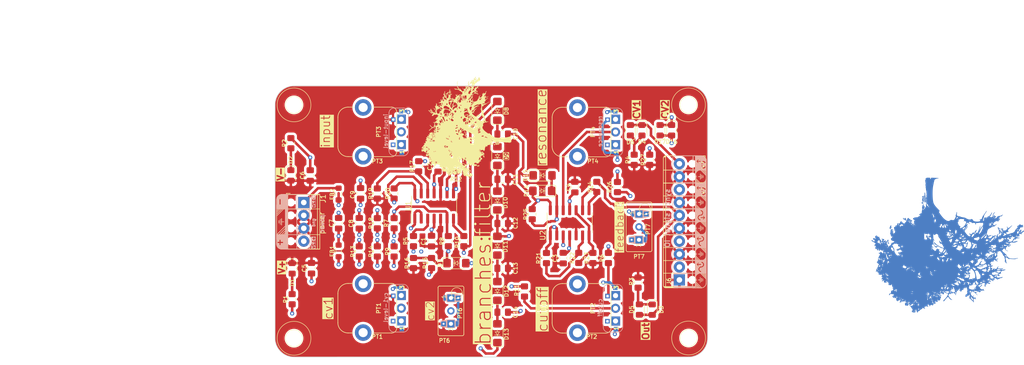
<source format=kicad_pcb>
(kicad_pcb (version 20241229) (generator "pcbnew") (generator_version "9.0")
  (layers (0 "F.Cu" signal) (4 "In1.Cu" signal) (6 "In2.Cu" signal) (2 "B.Cu" signal) (13 "F.Paste" user) (15 "B.Paste" user) (5 "F.SilkS" user "F.Silkscreen") (7 "B.SilkS" user "B.Silkscreen") (1 "F.Mask" user) (3 "B.Mask" user) (25 "Edge.Cuts" user))
  (net 0 "")
  (net 1 "+12V")
  (net 2 "GND")
  (net 3 "-12V")
  (net 4 "/AUDIO_OUT")
  (net 5 "/CV1_IN")
  (net 6 "Net-(C9-Pad1)")
  (net 7 "Net-(C9-Pad2)")
  (net 8 "Net-(D14-A)")
  (net 9 "Net-(D8-K)")
  (net 10 "Net-(D10-A)")
  (net 11 "Net-(D10-K)")
  (net 12 "Net-(D11-K)")
  (net 13 "Net-(D12-K)")
  (net 14 "Net-(D1-A)")
  (net 15 "Net-(D2-K)")
  (net 16 "Net-(D3-K)")
  (net 17 "/CV2_IN")
  (net 18 "Net-(D4-A)")
  (net 19 "/AUDIO_IN")
  (net 20 "Net-(D7-K)")
  (net 21 "Net-(D7-A)")
  (net 22 "Net-(D8-A)")
  (net 23 "Net-(D13-K)")
  (net 24 "Net-(D14-K)")
  (net 25 "Net-(J1-+12v)")
  (net 26 "Net-(J1--12v)")
  (net 27 "Net-(PT1-Pad2)")
  (net 28 "Net-(PT2-Pad2)")
  (net 29 "Net-(PT2-Pad3)")
  (net 30 "Net-(U2A--)")
  (net 31 "Net-(U2D-+)")
  (net 32 "Net-(PT4-Pad3)")
  (net 33 "Net-(PT6-Pad2)")
  (net 34 "Net-(PT7-Pad3)")
  (net 35 "Net-(U1A-+)")
  (net 36 "Net-(U1A--)")
  (net 37 "Net-(U1B--)")
  (net 38 "Net-(R10-Pad1)")
  (net 39 "Net-(U1C--)")
  (net 40 "Net-(U1D-+)")
  (net 41 "Net-(U1D--)")
  (net 42 "Net-(U2B--)")
  (net 43 "Net-(U2C-+)")
  (net 44 "Net-(U2C--)")
  (net 45 "Net-(D16-A)")
  (footprint "000_Diodes_Immo:D_MiniMELF_kawaii" (layer "F.Cu") (at 165.038 67.818 180)
    (property "Reference" "D14")
    (property "Value" "1N4148")
  )
  (footprint "000_Graphics_Immo:branches-graphic-3" (layer "F.Cu") (at 150.114 55.372 90)
    (property "Reference" "G***" (hide yes))
    (property "Value" "LOGO" (hide yes))
  )
  (footprint "000_Diodes_Immo:D_MiniMELF_kawaii" (layer "F.Cu") (at 156.21 95.825 90)
    (property "Reference" "D13")
    (property "Value" "1N4148")
  )
  (footprint "Resistor_SMD:R_0805_2012Metric_Pad1.20x1.40mm_HandSolder" (layer "F.Cu") (at 139.7 82.026 90)
    (property "Reference" "R16")
    (property "Value" "27k")
  )
  (footprint "000_Capacitors_Immo:C_0805_2012_HandSolder_kawaii" (layer "F.Cu") (at 144.526 62.9815 -90)
    (property "Reference" "C2")
    (property "Value" "100n")
  )
  (footprint "000_Diodes_Immo:LED_0805_2012_Kawaii" (layer "F.Cu") (at 184.15 91.177 90)
    (property "Reference" "D5")
    (property "Value" "Audio Out")
  )
  (footprint "000_Diodes_Immo:D_MiniMELF_kawaii" (layer "F.Cu") (at 165.1 64.77)
    (property "Reference" "D15")
    (property "Value" "1N4148")
  )
  (footprint "000_ICs_Immo:SOIC-14_3.9x8.7mm_P1.27mm" (layer "F.Cu") (at 170.434 74.103 90)
    (property "Reference" "U2")
    (property "Value" "TL074")
  )
  (footprint "Resistor_SMD:R_0805_2012Metric_Pad1.20x1.40mm_HandSolder" (layer "F.Cu") (at 172.212 81.01 -90)
    (property "Reference" "R22")
    (property "Value" "33k")
  )
  (footprint "000-screw-terminals-immo:synth-signal-MPT-1x10_P2.54mm_Horizontal_1" (layer "F.Cu") (at 192.024 85.344 90)
    (property "Reference" "J6")
    (property "Value" "synth-signal-header-10way" (hide yes))
  )
  (footprint "000_Capacitors_Immo:C_0805_2012_HandSolder_kawaii" (layer "F.Cu") (at 171.45 67.0775 -90)
    (property "Reference" "C4")
    (property "Value" "100n")
  )
  (footprint "000_Capacitors_Immo:C_0805_2012_HandSolder_kawaii" (layer "F.Cu") (at 169.164 81.0475 -90)
    (property "Reference" "C3")
    (property "Value" "100n")
  )
  (footprint "Resistor_SMD:R_0805_2012Metric_Pad1.20x1.40mm_HandSolder" (layer "F.Cu") (at 135.89 74.184 90)
    (property "Reference" "R7")
    (property "Value" "33k")
  )
  (footprint "000_Capacitors_Immo:C_0805_2012_HandSolder_kawaii" (layer "F.Cu") (at 143.256 77.7025 -90)
    (property "Reference" "C1")
    (property "Value" "100n")
  )
  (footprint "000_Resistors_Immo:Potentiometer_Alpha-reversable" (layer "F.Cu") (at 137.294 90.906 90)
    (property "Reference" "PT1")
    (property "Value" "100k")
  )
  (footprint "Capacitor_SMD:C_0805_2012Metric_Pad1.18x1.45mm_HandSolder" (layer "F.Cu") (at 157.2475 83.058 180)
    (property "Reference" "C13")
    (property "Value" "1n")
  )
  (footprint "Resistor_SMD:R_0805_2012Metric_Pad1.20x1.40mm_HandSolder" (layer "F.Cu") (at 178.054 81.026 -90)
    (property "Reference" "R6")
    (property "Value" "27k")
  )
  (footprint "000_Diodes_Immo:D_MiniMELF_kawaii" (layer "F.Cu") (at 156.21 52.07 90)
    (property "Reference" "D8")
    (property "Value" "1N4148")
  )
  (footprint "Resistor_SMD:R_0805_2012Metric_Pad1.20x1.40mm_HandSolder" (layer "F.Cu") (at 179.832 67.072 -90)
    (property "Reference" "R26")
    (property "Value" "1k")
  )
  (footprint "Resistor_SMD:R_0805_2012Metric_Pad1.20x1.40mm_HandSolder" (layer "F.Cu") (at 135.89 79.74 -90)
    (property "Reference" "R9")
    (property "Value" "33k")
  )
  (footprint "Resistor_SMD:R_0805_2012Metric_Pad1.20x1.40mm_HandSolder" (layer "F.Cu") (at 132.588 68.342 90)
    (property "Reference" "R19")
    (property "Value" "33k")
  )
  (footprint "Resistor_SMD:R_0805_2012Metric_Pad1.20x1.40mm_HandSolder" (layer "F.Cu") (at 175.006 81.026 90)
    (property "Reference" "R23")
    (property "Value" "100k")
  )
  (footprint "000_Diodes_Immo:LED_0805_2012_Kawaii" (layer "F.Cu") (at 182.372 55.889 90)
    (property "Reference" "D6")
    (property "Value" "cv1")
  )
  (footprint "000_Diodes_Immo:LED_0805_2012_Kawaii" (layer "F.Cu") (at 115.57 64.779 -90)
    (property "Reference" "D2")
    (property "Value" "V-")
  )
  (footprint "000_Capacitors_Immo:C_0805_2012_HandSolder_kawaii" (layer "F.Cu") (at 124.968 74.1895 90)
    (property "Reference" "C7")
    (property "Value" "100n")
  )
  (footprint "000_Capacitors_Immo:C_0805_2012_HandSolder_kawaii" (layer "F.Cu") (at 129.032 74.1895 -90)
    (property "Reference" "C8")
    (property "Value" "100p")
  )
  (footprint "Capacitor_SMD:C_0805_2012Metric_Pad1.18x1.45mm_HandSolder" (layer "F.Cu") (at 157.2475 91.694 180)
    (property "Reference" "C14")
    (property "Value" "1n")
  )
  (footprint "Resistor_SMD:R_0805_2012Metric_Pad1.20x1.40mm_HandSolder" (layer "F.Cu") (at 149.606 77.708 -90)
    (property "Reference" "R10")
    (property "Value" "2k")
  )
  (footprint "000_Modules_Immo:credit-card-screws" (layer "F.Cu") (at 155.305611 71.066641)
    (property "Reference" "M1" (hide yes))
    (property "Value" "imogen-wren-card" (hide yes))
    (fp_line (start -42.84061 25.713416) (end -42.84061 -20.166584) (stroke (width 0.12)) (layer "Edge.Cuts"))
    (fp_line (start -39.120621 29.433416) (end 38.54939 29.429442) (stroke (width 0.12)) (layer "Edge.Cuts"))
    (fp_line (start -39.11061 -23.891582) (end 38.53939 -23.891582) (stroke (width 0.12)) (layer "Edge.Cuts"))
    (fp_line (start 42.254388 25.734456) (end 42.254388 -20.155544) (stroke (width 0.12)) (layer "Edge.Cuts"))
    (fp_arc (start -42.840611 -20.166584) (mid -41.747815 -22.802324) (end -39.11061 -23.891582) (stroke (width 0.12)) (layer "Edge.Cuts"))
    (fp_arc (start -39.120621 29.433416) (mid -41.748131 28.340929) (end -42.84061 25.713416) (stroke (width 0.12)) (layer "Edge.Cuts"))
    (fp_arc (start 38.53939 -23.891641) (mid 41.173761 -22.796079) (end 42.254387 -20.155544) (stroke (width 0.12)) (layer "Edge.Cuts"))
    (fp_arc (start 42.25439 25.734456) (mid 41.168613 28.350751) (end 38.54939 29.429442) (stroke (width 0.12)) (layer "Edge.Cuts"))
  )
  (footprint "000_Diodes_Immo:D_MiniMELF_kawaii" (layer "F.Cu") (at 156.21 69.725 90)
    (property "Reference" "D10")
    (property "Value" "1N4148")
  )
  (footprint "Resistor_SMD:R_0805_2012Metric_Pad1.20x1.40mm_HandSolder" (layer "F.Cu") (at 161.544 87.614 90)
    (property "Reference" "R11")
    (property "Value" "100k")
  )
  (footprint "Resistor_SMD:R_0805_2012Metric_Pad1.20x1.40mm_HandSolder" (layer "F.Cu") (at 183.896 85.868 -90)
    (property "Reference" "R3")
    (property "Value" "1k")
  )
  (footprint "Resistor_SMD:R_0805_2012Metric_Pad1.20x1.40mm_HandSolder" (layer "F.Cu") (at 115.824 89.138 -90)
    (property "Reference" "R1")
    (property "Value" "1k")
  )
  (footprint "000_Diodes_Immo:D_MiniMELF_kawaii" (layer "F.Cu") (at 156.21 87.505 90)
    (property "Reference" "D12")
    (property "Value" "1N4148")
  )
  (footprint "Resistor_SMD:R_0805_2012Metric_Pad1.20x1.40mm_HandSolder" (layer "F.Cu") (at 129.032 79.74 90)
    (property "Reference" "R13")
    (property "Value" "68k")
  )
  (footprint "000_Diodes_Immo:D_MiniMELF_kawaii" (layer "F.Cu") (at 148.144 82.042)
    (property "Reference" "D7")
    (property "Value" "1N4148")
  )
  (footprint "000_Diodes_Immo:LED_0805_2012_Kawaii" (layer "F.Cu") (at 184.658 55.889 -90)
    (property "Reference" "D4")
    (property "Value" "cv1")
  )
  (footprint "000_Capacitors_Immo:C_0805_2012_HandSolder_kawaii" (layer "F.Cu") (at 119.634 83.0365 90)
    (property "Reference" "C5")
    (property "Value" "100n")
  )
  (footprint "Resistor_SMD:R_0805_2012Metric_Pad1.20x1.40mm_HandSolder" (layer "F.Cu") (at 148.082 63.008 -90)
    (property "Reference" "R12")
    (property "Value" "14k")
  )
  (footprint "000_Resistors_Immo:Potentiometer_Alpha-reversable" (layer "F.Cu") (at 137.294 56.209 90)
    (property "Reference" "PT3")
    (property "Value" "100k")
  )
  (footprint "000-screw-terminals-immo:synth-power-termbox-MPT-0,5-4-2.54_1x04_P2.54mm" (layer "F.Cu") (at 118.11 70.104 -90)
    (property "Reference" "J1")
    (property "Value" "power")
  )
  (footprint "000_Diodes_Immo:LED_0805_2012_Kawaii" (layer "F.Cu") (at 188.214 55.889 90)
    (property "Reference" "D17")
    (property "Value" "cv2")
  )
  (footprint "Resistor_SMD:R_0805_2012Metric_Pad1.20x1.40mm_HandSolder" (layer "F.Cu") (at 132.588 79.74 90)
    (property "Reference" "R14")
    (property "Value" "68k")
  )
  (footprint "000_Resistors_Immo:Potentiometer_Bourns-reversable-1" (layer "F.Cu") (at 184.0738 72.3646 90)
    (property "Reference" "PT7")
    (property "Value" "100k-trim")
  )
  (footprint "Inductor_SMD:L_0805_2012Metric_Pad1.05x1.20mm_HandSolder" (layer "F.Cu") (at 124.968 79.636 90)
    (property "Reference" "FB1")
    (property "Value" "FerriteBead")
  )
  (footprint "Resistor_SMD:R_0805_2012Metric_Pad1.20x1.40mm_HandSolder" (layer "F.Cu") (at 186.182 61.706 90)
    (property "Reference" "R27")
    (property "Value" "1k")
  )
  (footprint "000_Diodes_Immo:LED_0805_2012_Kawaii" (layer "F.Cu") (at 186.69 91.195 -90)
    (property "Reference" "D3")
    (property "Value" "Audio Out")
  )
  (footprint "Resistor_SMD:R_0805_2012Metric_Pad1.20x1.40mm_HandSolder" (layer "F.Cu") (at 183.134 61.706 90)
    (property "Reference" "R4")
    (property "Value" "1k")
  )
  (footprint "000_Resistors_Immo:Potentiometer_Alpha-reversable" (layer "F.Cu") (at 179.458 56.235 90)
    (property "Reference" "PT4")
    (property "Value" "100k")
  )
  (footprint "000_Resistors_Immo:Potentiometer_Alpha-reversable" (layer "F.Cu") (at 179.458 90.932 90)
    (property "Reference" "PT2")
    (property "Value" "100k")
  )
  (footprint "000_Diodes_Immo:LED_0805_2012_Kawaii" (layer "F.Cu") (at 190.5 55.889 -90)
    (property "Reference" "D16")
    (property "Value" "cv2")
  )
  (footprint "Resistor_SMD:R_0805_2012Metric_Pad1.20x1.40mm_HandSolder" (layer "F.Cu") (at 175.768 67.04 90)
    (property "Reference" "R24")
    (property "Value" "1k")
  )
  (footprint "Capacitor_SMD:C_0805_2012Metric_Pad1.18x1.45mm_HandSolder" (layer "F.Cu") (at 157.2475 56.642 180)
    (property "Reference" "C10")
    (property "Value" "1n")
  )
  (footprint "000_Diodes_Immo:D_MiniMELF_kawaii" (layer "F.Cu") (at 156.21 78.615 90)
    (property "Reference" "D11")
    (property "Value" "1N4148")
  )
  (footprint "Resistor_SMD:R_0805_2012Metric_Pad1.20x1.40mm_HandSolder" (layer "F.Cu") (at 143.256 82.026 90)
    (property "Reference" "R15")
    (property "Value" "100k")
  )
  (footprint "000_Resistors_Immo:Potentiometer_Bourns-reversable-1" (layer "F.Cu") (at 147.066 88.9 90)
    (property "Reference" "PT6")
    (property "Value" "100k-trim")
  )
  (footprint "Resistor_SMD:R_0805_2012Metric_Pad1.20x1.40mm_HandSolder" (layer "F.Cu") (at 165.862 81.042 -90)
    (property "Reference" "R21")
    (property "Value" "1k")
  )
  (footprint "Inductor_SMD:L_0805_2012Metric_Pad1.05x1.20mm_HandSolder" (layer "F.Cu") (at 124.968 68.446 90)
    (property "Reference" "FB2")
    (property "Value" "FerriteBead")
  )
  (footprint "000_Diodes_Immo:LED_0805_2012_Kawaii" (layer "F.Cu") (at 115.824 83.067 -90)
    (property "Reference" "D1")
    (property "Value" "V+")
  )
  (footprint "Resistor_SMD:R_0805_2012Metric_Pad1.20x1.40mm_HandSolder" (layer "F.Cu") (at 115.57 58.436 90)
    (property "Reference" "R2")
    (property "Value" "1k")
  )
  (footprint "Package_SO:SOIC-14_3.9x8.7mm_P1.27mm" (layer "F.Cu") (at 143.764 70.801 90)
    (property "Reference" "U1")
    (property "Value" "TL074")
  )
  (footprint "Capacitor_SMD:C_0805_2012Metric_Pad1.18x1.45mm_HandSolder" (layer "F.Cu") (at 129.286 68.3045 -90)
    (property "Reference" "C9")
    (property "Value" "1u")
  )
  (footprint "Resistor_SMD:R_0805_2012Metric_Pad1.20x1.40mm_HandSolder" (layer "F.Cu") (at 163.068 72.406 90)
    (property "Reference" "R25")
    (property "Value" "100k")
  )
  (footprint "Resistor_SMD:R_0805_2012Metric_Pad1.20x1.40mm_HandSolder" (layer "F.Cu") (at 135.89 68.342 90)
    (property "Reference" "R20")
    (property "Value" "33k")
  )
  (footprint "Resistor_SMD:R_0805_2012Metric_Pad1.20x1.40mm_HandSolder" (layer "F.Cu") (at 132.588 74.184 90)
    (property "Reference" "R18")
    (property "Value" "33k")
  )
  (footprint "Resistor_SMD:R_0805_2012Metric_Pad1.20x1.40mm_HandSolder" (layer "F.Cu") (at 139.7 77.708 90)
    (property "Reference" "R5")
    (property "Value" "100k")
  )
  (footprint "000_Diodes_Immo:D_MiniMELF_kawaii" (layer "F.Cu") (at 156.21 60.96 90)
    (property "Reference" "D9")
    (property "Value" "1N4148")
  )
  (footprint "Resistor_SMD:R_0805_2012Metric_Pad1.20x1.40mm_HandSolder" (layer "F.Cu") (at 140.716 62.976 -90)
    (property "Reference" "R17")
    (property "Value" "33k")
  )
  (footprint "Capacitor_SMD:C_0805_2012Metric_Pad1.18x1.45mm_HandSolder" (layer "F.Cu") (at 157.2475 65.532 180)
    (property "Reference" "C11")
    (property "Value" "1n")
  )
  (footprint "000_Capacitors_Immo:C_0805_2012_HandSolder_kawaii" (layer "F.Cu") (at 119.38 64.7915 90)
    (property "Reference" "C6")
    (property "Value" "100n")
  )
  (footprint "Resistor_SMD:R_0805_2012Metric_Pad1.20x1.40mm_HandSolder" (layer "F.Cu") (at 146.558 77.708 90)
    (property "Reference" "R8")
    (property "Value" "33k")
  )
  (footprint "Capacitor_SMD:C_0805_2012Metric_Pad1.18x1.45mm_HandSolder" (layer "F.Cu") (at 157.2475 74.23 180)
    (property "Reference" "C12")
    (property "Value" "1n")
  )
  (footprint "000_Graphics_Immo:ImogenWren70_MSK" (layer "B.Cu") (at 152.392486 73.427097)
    (property "Reference" "G***" (hide yes))
    (property "Value" "LOGO" (hide yes))
  )
  (footprint "000_Graphics_Immo:branches-graphic-2" (layer "B.Cu") (at 244.856 78.486)
    (property "Reference" "G***" (hide yes))
    (property "Value" "LOGO" (hide yes))
  )
  (gr_text "filter" (at 155.1 76.885 90) (layer "F.SilkS") (effects (font (size 3 3) (thickness 0.2)) (justify left bottom)))
  (gr_text "CV2" (at 189.992 53.848 90) (layer "F.SilkS" knockout) (effects (font (size 1.3 1.3) (thickness 0.3) (bold yes)) (justify left bottom)))
  (gr_text "branches:" (at 155.184453 98.400547 90) (layer "F.SilkS" knockout) (effects (font (size 3 3) (thickness 0.2)) (justify left bottom)))
  (gr_text "CV1" (at 184.404 53.848 90) (layer "F.SilkS" knockout) (effects (font (size 1.3 1.3) (thickness 0.3) (bold yes)) (justify left bottom)))
  (gr_text "Out" (at 186.182 97.282 90) (layer "F.SilkS" knockout) (effects (font (size 1.3 1.3) (thickness 0.3) (bold yes)) (justify left bottom)))
  (segment (start 169.889 80.01) (end 170.307 79.592) (width 0.5) (layer "F.Cu") (net 1))
  (segment (start 119.634 85.598) (end 119.634 84.074) (width 0.5) (layer "F.Cu") (net 1))
  (segment (start 170.434 76.578) (end 170.434 78.994) (width 0.5) (layer "F.Cu") (net 1))
  (segment (start 169.164 80.01) (end 169.889 80.01) (width 0.5) (layer "F.Cu") (net 1))
  (segment (start 129.032 75.227) (end 129.032 76.454) (width 0.5) (layer "F.Cu") (net 1))
  (segment (start 170.434 78.994) (end 170.307 79.121) (width 0.5) (layer "F.Cu") (net 1))
  (segment (start 143.764 74.93) (end 143.255999 75.438001) (width 0.5) (layer "F.Cu") (net 1))
  (segment (start 124.968 75.227) (end 124.968 78.486) (width 0.5) (layer "F.Cu") (net 1))
  (segment (start 170.307 79.592) (end 170.307 79.121) (width 0.5) (layer "F.Cu") (net 1))
  (segment (start 143.764 73.276) (end 143.764 74.93) (width 0.5) (layer "F.Cu") (net 1))
  (segment (start 143.256 76.665) (end 143.255999 75.438001) (width 0.5) (layer "F.Cu") (net 1))
  (segment (start 115.824 90.138) (end 115.824 91.948) (width 0.5) (layer "F.Cu") (net 1))
  (via (at 177.038 85.852) (size 0.8) (drill 0.4) (layers "F.Cu" "B.Cu") (net 1))
  (via (at 129.032 76.454) (size 0.8) (drill 0.4) (layers "F.Cu" "B.Cu") (net 1))
  (via (at 143.255999 75.438001) (size 0.8) (drill 0.4) (layers "F.Cu" "B.Cu") (net 1))
  (via (at 115.824 91.948) (size 0.8) (drill 0.4) (layers "F.Cu" "B.Cu") (net 1))
  (via (at 141.224 79.756) (size 0.8) (drill 0.4) (layers "F.Cu" "B.Cu") (net 1))
  (via (at 170.307 79.121) (size 0.8) (drill 0.4) (layers "F.Cu" "B.Cu") (net 1))
  (via (at 119.634 85.598) (size 0.8) (drill 0.4) (layers "F.Cu" "B.Cu") (net 1))
  (via (at 124.968 76.708) (size 0.8) (drill 0.4) (layers "F.Cu" "B.Cu") (net 1))
  (segment (start 178.391198 85.852) (end 177.038 85.852) (width 0.5) (layer "B.Cu") (net 1))
  (segment (start 179.4072 86.868) (end 178.391198 85.852) (width 0.5) (layer "B.Cu") (net 1))
  (segment (start 145.034 65.321792) (end 145.702 64.653792) (width 0.5) (layer "F.Cu") (net 2))
  (segment (start 145.034 68.326) (end 145.034 65.321792) (width 0.5) (layer "F.Cu") (net 2))
  (segment (start 145.702 64.653792) (end 145.702 63.12) (width 0.5) (layer "F.Cu") (net 2))
  (segment (start 117.548 72.644) (end 118.11 72.644) (width 0.5) (layer "F.Cu") (net 2))
  (segment (start 145.702 63.12) (end 144.526 61.944) (width 0.5) (layer "F.Cu") (net 2))
  (segment (start 119.355 65.804) (end 119.38 65.829) (width 0.5) (layer "F.Cu") (net 2))
  (segment (start 115.57 65.804) (end 119.355 65.804) (width 0.5) (layer "F.Cu") (net 2))
  (segment (start 178.054 80.026) (end 178.054001 78.740001) (width 0.5) (layer "F.Cu") (net 3))
  (segment (start 129.032 73.152) (end 129.032 71.628) (width 0.5) (layer "F.Cu") (net 3))
  (segment (start 170.434 69.131) (end 171.45 68.115) (width 0.5) (layer "F.Cu") (net 3))
  (segment (start 124.968 69.596) (end 124.968 70.612) (width 0.5) (layer "F.Cu") (net 3))
  (segment (start 124.968 69.596) (end 124.968 68.272) (width 0.5) (layer "F.Cu") (net 3))
  (segment (start 143.764 64.781) (end 144.526 64.019) (width 0.5) (layer "F.Cu") (net 3))
  (segment (start 124.968 73.152) (end 124.968 72.136) (width 0.5) (layer "F.Cu") (net 3))
  (segment (start 143.256 83.82) (end 142.748 84.328) (width 0.5) (layer "F.Cu") (net 3))
  (segment (start 119.38 61.246) (end 119.38 63.754) (width 0.5) (layer "F.Cu") (net 3))
  (segment (start 143.764 68.326) (end 143.764 66.548) (width 0.5) (layer "F.Cu") (net 3))
  (segment (start 170.434 71.628) (end 170.434 69.85) (width 0.5) (layer "F.Cu") (net 3))
  (segment (start 143.764 66.548) (end 143.764 64.781) (width 0.5) (layer "F.Cu") (net 3))
  (segment (start 115.57 57.436) (end 119.38 61.246) (width 0.5) (layer "F.Cu") (net 3))
  (segment (start 143.256 83.026) (end 143.256 83.82) (width 0.5) (layer "F.Cu") (net 3))
  (segment (start 170.434 69.85) (end 170.434 69.131) (width 0.5) (layer "F.Cu") (net 3))
  (via (at 119.379998 61.245999) (size 0.8) (drill 0.4) (layers "F.Cu" "B.Cu") (net 3))
  (via (at 129.032 71.628) (size 0.8) (drill 0.4) (layers "F.Cu" "B.Cu") (net 3))
  (via (at 143.764 66.548) (size 0.8) (drill 0.4) (layers "F.Cu" "B.Cu") (net 3))
  (via (at 142.748 84.328) (size 0.8) (drill 0.4) (layers "F.Cu" "B.Cu") (net 3))
  (via (at 124.968 72.136) (size 0.8) (drill 0.4) (layers "F.Cu" "B.Cu") (net 3))
  (via (at 170.434 69.85) (size 0.8) (drill 0.4) (layers "F.Cu" "B.Cu") (net 3))
  (via (at 124.968 70.612) (size 0.8) (drill 0.4) (layers "F.Cu" "B.Cu") (net 3))
  (via (at 178.054001 78.740001) (size 0.8) (drill 0.4) (layers "F.Cu" "B.Cu") (net 3))
  (segment (start 186.672 92.202) (end 186.69 92.22) (width 0.5) (layer "F.Cu") (net 4))
  (segment (start 190.362 70.982) (end 192.024 72.644) (width 0.5) (layer "F.Cu") (net 4))
  (segment (start 187.841 91.069) (end 187.841 76.827) (width 0.5) (layer "F.Cu") (net 4))
  (segment (start 184.15 92.202) (end 186.672 92.202) (width 0.5) (layer "F.Cu") (net 4))
  (segment (start 175.768 66.04) (end 177.408 67.68) (width 0.5) (layer "F.Cu") (net 4))
  (segment (start 186.69 92.22) (end 187.841 91.069) (width 0.5) (layer "F.Cu") (net 4))
  (segment (start 177.408 67.68) (end 177.408 69.204) (width 0.5) (layer "F.Cu") (net 4))
  (segment (start 178.562 70.358) (end 178.913949 70.358) (width 0.5) (layer "F.Cu") (net 4))
  (segment (start 177.408 69.204) (end 178.562 70.358) (width 0.5) (layer "F.Cu") (net 4))
  (segment (start 178.913949 70.358) (end 179.613949 71.058) (width 0.5) (layer "F.Cu") (net 4))
  (segment (start 181.669207 71.058) (end 181.745207 70.982) (width 0.5) (layer "F.Cu") (net 4))
  (segment (start 179.613949 71.058) (end 181.669207 71.058) (width 0.5) (layer "F.Cu") (net 4))
  (segment (start 181.745207 70.982) (end 190.362 70.982) (width 0.5) (layer "F.Cu") (net 4))
  (segment (start 187.841 76.827) (end 192.024 72.644) (width 0.5) (layer "F.Cu") (net 4))
  (segment (start 192.001292 62.484) (end 192.024 62.484) (width 0.5) (layer "F.Cu") (net 5))
  (segment (start 185.674 54.864) (end 186.436 55.626) (width 0.5) (layer "F.Cu") (net 5))
  (segment (start 186.436 56.918708) (end 192.001292 62.484) (width 0.5) (layer "F.Cu") (net 5))
  (segment (start 184.658 54.864) (end 185.674 54.864) (width 0.5) (layer "F.Cu") (net 5))
  (segment (start 182.372 54.864) (end 184.658 54.864) (width 0.5) (layer "F.Cu") (net 5))
  (segment (start 186.436 55.626) (end 186.436 56.918708) (width 0.5) (layer "F.Cu") (net 5))
  (via (at 135.636 87.122) (size 0.8) (drill 0.4) (layers "F.Cu" "B.Cu") (net 5))
  (segment (start 135.916 86.842) (end 135.636 87.122) (width 0.5) (layer "B.Cu") (net 5))
  (segment (start 137.2432 86.842) (end 135.916 86.842) (width 0.5) (layer "B.Cu") (net 5))
  (segment (start 129.286 65.786) (end 129.286 67.267) (width 0.5) (layer "F.Cu") (net 6))
  (via (at 129.286 65.786) (size 0.8) (drill 0.4) (layers "F.Cu" "B.Cu") (net 6))
  (segment (start 129.286 69.342) (end 129.286 70.612) (width 0.5) (layer "F.Cu") (net 7))
  (segment (start 139.7 78.708) (end 139.7 79.756) (width 0.5) (layer "F.Cu") (net 7))
  (via (at 139.7 79.756) (size 0.8) (drill 0.4) (layers "F.Cu" "B.Cu") (net 7))
  (via (at 129.286 70.612) (size 0.8) (drill 0.4) (layers "F.Cu" "B.Cu") (net 7))
  (segment (start 160.528 66.294) (end 162.052 67.818) (width 0.5) (layer "F.Cu") (net 8))
  (segment (start 166.624 71.628) (end 166.624 70.104) (width 0.5) (layer "F.Cu") (net 8))
  (segment (start 160.528 91.694) (end 160.782 91.44) (width 0.5) (layer "F.Cu") (net 8))
  (segment (start 163.701 69.596) (end 163.193 69.088) (width 0.5) (layer "F.Cu") (net 8))
  (segment (start 166.624 70.104) (end 166.116 69.596) (width 0.5) (layer "F.Cu") (net 8))
  (segment (start 161.29 58.166) (end 161.29 63.246) (width 0.5) (layer "F.Cu") (net 8))
  (segment (start 161.29 63.246) (end 160.528 64.008) (width 0.5) (layer "F.Cu") (net 8))
  (segment (start 161.29 64.77) (end 163.26 64.77) (width 0.5) (layer "F.Cu") (net 8))
  (segment (start 160.528 64.008) (end 160.528 66.294) (width 0.5) (layer "F.Cu") (net 8))
  (segment (start 163.193 64.837) (end 163.26 64.77) (width 0.5) (layer "F.Cu") (net 8))
  (segment (start 164.211 69.723) (end 164.338 69.596) (width 0.5) (layer "F.Cu") (net 8))
  (segment (start 163.193 69.088) (end 163.193 67.818) (width 0.5) (layer "F.Cu") (net 8))
  (segment (start 158.285 91.694) (end 160.528 91.694) (width 0.5) (layer "F.Cu") (net 8))
  (segment (start 166.116 69.596) (end 164.338 69.596) (width 0.5) (layer "F.Cu") (net 8))
  (segment (start 160.528 64.008) (end 161.29 64.77) (width 0.5) (layer "F.Cu") (net 8))
  (segment (start 162.814 71.12) (end 164.211 69.723) (width 0.5) (layer "F.Cu") (net 8))
  (segment (start 162.052 67.818) (end 163.193 67.818) (width 0.5) (layer "F.Cu") (net 8))
  (segment (start 158.285 56.642) (end 159.766 56.642) (width 0.5) (layer "F.Cu") (net 8))
  (segment (start 162.814 71.406) (end 162.814 71.12) (width 0.5) (layer "F.Cu") (net 8))
  (segment (start 164.338 69.596) (end 163.701 69.596) (width 0.5) (layer "F.Cu") (net 8))
  (segment (start 159.766 56.642) (end 161.29 58.166) (width 0.5) (layer "F.Cu") (net 8))
  (via (at 160.782 91.44) (size 0.8) (drill 0.4) (layers "F.Cu" "B.Cu") (net 8))
  (via (at 164.211 69.723) (size 0.8) (drill 0.4) (layers "F.Cu" "B.Cu") (net 8))
  (segment (start 156.21 59.115) (end 156.21 53.91) (width 0.5) (layer "F.Cu") (net 9))
  (segment (start 156.21 67.88) (end 156.21 62.8) (width 0.5) (layer "F.Cu") (net 10))
  (segment (start 158.434 76.77) (end 158.496 76.708) (width 0.5) (layer "F.Cu") (net 11))
  (segment (start 169.164 76.578) (end 169.164 78.486) (width 0.5) (layer "F.Cu") (net 11))
  (segment (start 156.21 76.77) (end 156.21 71.565) (width 0.5) (layer "F.Cu") (net 11))
  (segment (start 156.272 76.708) (end 156.21 76.77) (width 0.5) (layer "F.Cu") (net 11))
  (segment (start 156.21 76.77) (end 158.434 76.77) (width 0.5) (layer "F.Cu") (net 11))
  (via (at 158.496 76.708) (size 0.8) (drill 0.4) (layers "F.Cu" "B.Cu") (net 11))
  (via (at 169.164 78.486) (size 0.8) (drill 0.4) (layers "F.Cu" "B.Cu") (net 11))
  (segment (start 156.21 85.66) (end 156.21 80.455) (width 0.5) (layer "F.Cu") (net 12))
  (segment (start 156.21 93.98) (end 156.21 89.345) (width 0.5) (layer "F.Cu") (net 13))
  (segment (start 115.824 84.092) (end 115.824 88.138) (width 0.5) (layer "F.Cu") (net 14))
  (segment (start 115.57 63.754) (end 115.57 59.436) (width 0.5) (layer "F.Cu") (net 15))
  (segment (start 183.896 86.868) (end 183.896 89.898) (width 0.5) (layer "F.Cu") (net 16))
  (segment (start 183.896 89.898) (end 184.15 90.152) (width 0.5) (layer "F.Cu") (net 16))
  (segment (start 186.672 90.152) (end 186.69 90.17) (width 0.5) (layer "F.Cu") (net 16))
  (segment (start 184.15 90.152) (end 186.672 90.152) (width 0.5) (layer "F.Cu") (net 16))
  (segment (start 188.214 54.864) (end 190.5 54.864) (width 0.5) (layer "F.Cu") (net 17))
  (segment (start 190.5 54.864) (end 190.5 53.34) (width 0.5) (layer "F.Cu") (net 17))
  (via (at 190.5 53.34) (size 0.8) (drill 0.4) (layers "F.Cu" "B.Cu") (net 17))
  (segment (start 148.4884 93.9546) (end 148.4884 88.9) (width 0.5) (layer "B.Cu") (net 17))
  (segment (start 183.134 58.674) (end 184.658 57.15) (width 0.5) (layer "F.Cu") (net 18))
  (segment (start 183.134 57.676) (end 182.372 56.914) (width 0.5) (layer "F.Cu") (net 18))
  (segment (start 183.134 60.706) (end 183.134 58.674) (width 0.5) (layer "F.Cu") (net 18))
  (segment (start 183.134 58.674) (end 183.134 57.676) (width 0.5) (layer "F.Cu") (net 18))
  (segment (start 184.658 57.15) (end 184.658 56.914) (width 0.5) (layer "F.Cu") (net 18))
  (via (at 138.684 52.324) (size 0.8) (drill 0.4) (layers "F.Cu" "B.Cu") (net 19))
  (segment (start 137.2432 52.145) (end 138.505 52.145) (width 0.5) (layer "B.Cu") (net 19))
  (segment (start 138.505 52.145) (end 138.684 52.324) (width 0.5) (layer "B.Cu") (net 19))
  (segment (start 146.558 79.7021) (end 146.558 78.708) (width 0.5) (layer "F.Cu") (net 20))
  (segment (start 143.256 81.026) (end 139.7 81.026) (width 0.5) (layer "F.Cu") (net 20))
  (segment (start 140.716 61.976) (end 141.986 61.976) (width 0.5) (layer "F.Cu") (net 20))
  (segment (start 146.304 79.9561) (end 146.558 79.7021) (width 0.5) (layer "F.Cu") (net 20))
  (segment (start 144.272 82.042) (end 143.256 81.026) (width 0.5) (layer "F.Cu") (net 20))
  (segment (start 146.304 82.042) (end 146.304 79.9561) (width 0.5) (layer "F.Cu") (net 20))
  (segment (start 146.304 82.042) (end 144.272 82.042) (width 0.5) (layer "F.Cu") (net 20))
  (via (at 141.986 61.976) (size 0.8) (drill 0.4) (layers "F.Cu" "B.Cu") (net 20))
  (via (at 146.558 79.7021) (size 0.8) (drill 0.4) (layers "F.Cu" "B.Cu") (net 20))
  (segment (start 151.13 82.042) (end 149.989 82.042) (width 0.5) (layer "F.Cu") (net 21))
  (segment (start 147.69 66.432) (end 147.828 66.432) (width 0.5) (layer "F.Cu") (net 21))
  (segment (start 148.082 64.008) (end 148.082 67.448) (width 0.5) (layer "F.Cu") (net 21))
  (segment (start 147.828 66.432) (end 148.082 66.686) (width 0.5) (layer "F.Cu") (net 21))
  (segment (start 147.574 66.548) (end 147.69 66.432) (width 0.5) (layer "F.Cu") (net 21))
  (segment (start 147.574 68.326) (end 147.574 66.548) (width 0.5) (layer "F.Cu") (net 21))
  (segment (start 148.082 66.686) (end 148.082 67.448) (width 0.5) (layer "F.Cu") (net 21))
  (via (at 148.082 67.448) (size 0.8) (drill 0.4) (layers "F.Cu" "B.Cu") (net 21))
  (via (at 151.13 82.042) (size 0.8) (drill 0.4) (layers "F.Cu" "B.Cu") (net 21))
  (segment (start 150.876 55.559) (end 156.21 50.225) (width 0.5) (layer "F.Cu") (net 22))
  (segment (start 149.606 78.708) (end 150.654 78.708) (width 0.5) (layer "F.Cu") (net 22))
  (segment (start 150.654 78.708) (end 150.876 78.486) (width 0.5) (layer "F.Cu") (net 22))
  (segment (start 149.606 78.708) (end 149.606 80.01) (width 0.5) (layer "F.Cu") (net 22))
  (segment (start 135.89 80.74) (end 135.89 82.527324) (width 0.5) (layer "F.Cu") (net 22))
  (segment (start 150.876 78.486) (end 150.876 55.559) (width 0.5) (layer "F.Cu") (net 22))
  (segment (start 135.89 82.527324) (end 135.828652 82.588672) (width 0.5) (layer "F.Cu") (net 22))
  (via (at 149.606 80.01) (size 0.8) (drill 0.4) (layers "F.Cu" "B.Cu") (net 22))
  (via (at 135.828652 82.588672) (size 0.8) (drill 0.4) (layers "F.Cu" "B.Cu") (net 22))
  (segment (start 152.908 98.806) (end 153.924 99.822) (width 0.5) (layer "F.Cu") (net 23))
  (segment (start 139.954 66.802) (end 139.954 68.326) (width 0.5) (layer "F.Cu") (net 23))
  (segment (start 155.448 99.822) (end 156.21 99.06) (width 0.5) (layer "F.Cu") (net 23))
  (segment (start 156.21 99.06) (end 156.21 97.665) (width 0.5) (layer "F.Cu") (net 23))
  (segment (start 139.446 66.294) (end 139.954 66.802) (width 0.5) (layer "F.Cu") (net 23))
  (segment (start 136.938 66.294) (end 139.446 66.294) (width 0.5) (layer "F.Cu") (net 23))
  (segment (start 153.924 99.822) (end 155.448 99.822) (width 0.5) (layer "F.Cu") (net 23))
  (segment (start 139.954 69.342) (end 140.462 69.85) (width 0.5) (layer "F.Cu") (net 23))
  (segment (start 139.954 68.326) (end 139.954 69.342) (width 0.5) (layer "F.Cu") (net 23))
  (segment (start 135.89 67.342) (end 136.938 66.294) (width 0.5) (layer "F.Cu") (net 23))
  (via (at 140.462 69.85) (size 0.8) (drill 0.4) (layers "F.Cu" "B.Cu") (net 23))
  (via (at 152.908 98.806) (size 0.8) (drill 0.4) (layers "F.Cu" "B.Cu") (net 23))
  (segment (start 166.116 73.914) (end 166.624 73.914) (width 0.5) (layer "F.Cu") (net 24))
  (segment (start 165.354 74.676) (end 166.116 73.914) (width 0.5) (layer "F.Cu") (net 24))
  (segment (start 166.878 64.837) (end 166.945 64.77) (width 0.5) (layer "F.Cu") (net 24))
  (segment (start 166.624 73.914) (end 166.751 73.787) (width 0.5) (layer "F.Cu") (net 24))
  (segment (start 179.832 64.008) (end 179.832 66.072) (width 0.5) (layer "F.Cu") (net 24))
  (segment (start 163.068 74.168) (end 163.576 74.676) (width 0.5) (layer "F.Cu") (net 24))
  (segment (start 167.894 68.834) (end 166.878 67.818) (width 0.5) (layer "F.Cu") (net 24))
  (segment (start 167.513 73.787) (end 167.894 73.406) (width 0.5) (layer "F.Cu") (net 24))
  (segment (start 166.878 67.818) (end 166.878 64.837) (width 0.5) (layer "F.Cu") (net 24))
  (segment (start 166.751 73.787) (end 167.513 73.787) (width 0.5) (layer "F.Cu") (net 24))
  (segment (start 163.576 74.676) (end 165.354 74.676) (width 0.5) (layer "F.Cu") (net 24))
  (segment (start 167.894 73.406) (end 167.894 71.628) (width 0.5) (layer "F.Cu") (net 24))
  (segment (start 163.068 73.406) (end 163.068 74.168) (width 0.5) (layer "F.Cu") (net 24))
  (segment (start 167.894 71.628) (end 167.894 68.834) (width 0.5) (layer "F.Cu") (net 24))
  (via (at 167.894 73.406) (size 0.8) (drill 0.4) (layers "F.Cu" "B.Cu") (net 24))
  (via (at 179.832 64.008) (size 0.8) (drill 0.4) (layers "F.Cu" "B.Cu") (net 24))
  (segment (start 124.968 80.786) (end 124.968 82.296) (width 0.5) (layer "F.Cu") (net 25))
  (via (at 124.968 82.296) (size 0.8) (drill 0.4) (layers "F.Cu" "B.Cu") (net 25))
  (segment (start 124.968 67.296) (end 120.918 67.296) (width 0.5) (layer "F.Cu") (net 26))
  (segment (start 120.918 67.296) (end 118.11 70.104) (width 0.5) (layer "F.Cu") (net 26))
  (segment (start 129.032 82.296) (end 129.032 80.74) (width 0.5) (layer "F.Cu") (net 27))
  (via (at 129.032 82.296) (size 0.8) (drill 0.4) (layers "F.Cu" "B.Cu") (net 27))
  (segment (start 161.544 88.614) (end 161.544 89.662) (width 0.5) (layer "F.Cu") (net 28))
  (segment (start 161.544 89.662) (end 162.814 90.932) (width 0.5) (layer "F.Cu") (net 28))
  (segment (start 162.814 90.932) (end 179.458 90.932) (width 0.5) (layer "F.Cu") (net 28))
  (segment (start 178.054 88.3482) (end 177.8832 88.519) (width 0.5) (layer "F.Cu") (net 29))
  (segment (start 178.054 82.026) (end 178.054 88.3482) (width 0.5) (layer "F.Cu") (net 29))
  (via (at 179.324 96.012) (size 0.8) (drill 0.4) (layers "F.Cu" "B.Cu") (net 29))
  (segment (start 179.324 96.012) (end 179.324 95.257) (width 0.5) (layer "B.Cu") (net 29))
  (segment (start 179.324 95.257) (end 179.5596 95.0214) (width 0.5) (layer "B.Cu") (net 29))
  (segment (start 166.878 74.93) (end 167.386 74.93) (width 0.5) (layer "F.Cu") (net 30))
  (segment (start 167.64 74.93) (end 167.894 75.184) (width 0.5) (layer "F.Cu") (net 30))
  (segment (start 167.386 74.93) (end 167.64 74.93) (width 0.5) (layer "F.Cu") (net 30))
  (segment (start 165.862 80.042) (end 165.862 78.994) (width 0.5) (layer "F.Cu") (net 30))
  (segment (start 166.624 76.578) (end 166.624 75.184) (width 0.5) (layer "F.Cu") (net 30))
  (segment (start 167.894 75.184) (end 167.894 76.578) (width 0.5) (layer "F.Cu") (net 30))
  (segment (start 166.624 78.232) (end 166.624 76.578) (width 0.5) (layer "F.Cu") (net 30))
  (segment (start 166.624 75.184) (end 166.878 74.93) (width 0.5) (layer "F.Cu") (net 30))
  (segment (start 165.862 78.994) (end 166.624 78.232) (width 0.5) (layer "F.Cu") (net 30))
  (via (at 177.8 52.324) (size 0.8) (drill 0.4) (layers "F.Cu" "B.Cu") (net 30))
  (via (at 167.386 74.93) (size 0.8) (drill 0.4) (layers "F.Cu" "B.Cu") (net 30))
  (segment (start 179.4072 52.171) (end 177.953 52.171) (width 0.5) (layer "B.Cu") (net 30))
  (segment (start 177.953 52.171) (end 177.8 52.324) (width 0.5) (layer "B.Cu") (net 30))
  (segment (start 169.164 71.628) (end 169.164 60.900163) (width 0.5) (layer "F.Cu") (net 31))
  (segment (start 173.829163 56.235) (end 179.458 56.235) (width 0.5) (layer "F.Cu") (net 31))
  (segment (start 169.164 60.900163) (end 173.829163 56.235) (width 0.5) (layer "F.Cu") (net 31))
  (via (at 179.832 61.722) (size 0.8) (drill 0.4) (layers "F.Cu" "B.Cu") (net 32))
  (segment (start 179.832 61.722) (end 179.832 60.5968) (width 0.5) (layer "B.Cu") (net 32))
  (segment (start 179.832 60.5968) (end 179.5596 60.3244) (width 0.5) (layer "B.Cu") (net 32))
  (segment (start 177.605201 60.3244) (end 176.9568 59.675999) (width 0.5) (layer "B.Cu") (net 32))
  (segment (start 179.5596 60.3244) (end 177.605201 60.3244) (width 0.5) (layer "B.Cu") (net 32))
  (segment (start 176.9568 59.675999) (end 176.9568 54.7484) (width 0.5) (layer "B.Cu") (net 32))
  (segment (start 185.4962 76.327) (end 185.4962 77.4192) (width 0.5) (layer "B.Cu") (net 32))
  (segment (start 176.9568 54.7484) (end 177.8832 53.822) (width 0.5) (layer "B.Cu") (net 32))
  (segment (start 184.0738 74.9046) (end 185.4962 76.327) (width 0.5) (layer "B.Cu") (net 32))
  (segment (start 132.588 82.55) (end 132.588 80.74) (width 0.5) (layer "F.Cu") (net 33))
  (via (at 132.588 82.55) (size 0.8) (drill 0.4) (layers "F.Cu" "B.Cu") (net 33))
  (segment (start 181.61 68.072) (end 182.372 68.834) (width 0.5) (layer "F.Cu") (net 34))
  (segment (start 179.832 68.072) (end 181.61 68.072) (width 0.5) (layer "F.Cu") (net 34))
  (via (at 182.372 68.834) (size 0.8) (drill 0.4) (layers "F.Cu" "B.Cu") (net 34))
  (via (at 182.118 71.882) (size 0.8) (drill 0.4) (layers "F.Cu" "B.Cu") (net 34))
  (segment (start 182.626 72.39) (end 182.9028 72.39) (width 0.5) (layer "B.Cu") (net 34))
  (segment (start 182.118 71.882) (end 182.626 72.39) (width 0.5) (layer "B.Cu") (net 34))
  (segment (start 141.732 75.438) (end 142.494 74.676) (width 0.5) (layer "F.Cu") (net 35))
  (segment (start 140.208 75.438) (end 141.732 75.438) (width 0.5) (layer "F.Cu") (net 35))
  (segment (start 142.494 74.676) (end 142.494 73.276) (width 0.5) (layer "F.Cu") (net 35))
  (segment (start 139.7 76.708) (end 139.7 75.946) (width 0.5) (layer "F.Cu") (net 35))
  (segment (start 139.7 75.946) (end 140.208 75.438) (width 0.5) (layer "F.Cu") (net 35))
  (segment (start 135.89 76.708) (end 135.89 75.184) (width 0.5) (layer "F.Cu") (net 36))
  (segment (start 139.954 73.276) (end 139.954 74.422) (width 0.5) (layer "F.Cu") (net 36))
  (segment (start 140.335 71.755) (end 140.843 71.755) (width 0.5) (layer "F.Cu") (net 36))
  (segment (start 139.954 73.276) (end 139.954 72.136) (width 0.5) (layer "F.Cu") (net 36))
  (segment (start 141.224 72.136) (end 141.224 73.276) (width 0.5) (layer "F.Cu") (net 36))
  (segment (start 139.954 72.136) (end 140.335 71.755) (width 0.5) (layer "F.Cu") (net 36))
  (segment (start 140.843 71.755) (end 141.224 72.136) (width 0.5) (layer "F.Cu") (net 36))
  (segment (start 132.588 75.184) (end 132.588 76.454) (width 0.5) (layer "F.Cu") (net 36))
  (segment (start 139.954 74.422) (end 139.192 75.184) (width 0.5) (layer "F.Cu") (net 36))
  (via (at 132.588 76.454) (size 0.8) (drill 0.4) (layers "F.Cu" "B.Cu") (net 36))
  (via (at 139.192 75.184) (size 0.8) (drill 0.4) (layers "F.Cu" "B.Cu") (net 36))
  (via (at 135.89 76.708) (size 0.8) (drill 0.4) (layers "F.Cu" "B.Cu") (net 36))
  (segment (start 146.304 73.276) (end 146.304 72.136) (width 0.5) (layer "F.Cu") (net 37))
  (segment (start 141.767949 70.928) (end 136.844 70.928) (width 0.5) (layer "F.Cu") (net 37))
  (segment (start 135.89 73.184) (end 135.89 71.882) (width 0.5) (layer "F.Cu") (net 37))
  (segment (start 146.304 73.276) (end 146.304 76.454) (width 0.5) (layer "F.Cu") (net 37))
  (segment (start 136.844 70.928) (end 135.89 71.882) (width 0.5) (layer "F.Cu") (net 37))
  (segment (start 135.89 73.184) (end 135.89 71.882) (width 0.5) (layer "F.Cu") (net 37))
  (segment (start 135.89 78.74) (end 135.89 77.888515) (width 0.5) (layer "F.Cu") (net 37))
  (segment (start 146.304 76.454) (end 146.558 76.708) (width 0.5) (layer "F.Cu") (net 37))
  (segment (start 146.304 72.136) (end 146.018 71.85) (width 0.5) (layer "F.Cu") (net 37))
  (segment (start 135.89 77.888515) (end 135.750129 77.748644) (width 0.5) (layer "F.Cu") (net 37))
  (segment (start 142.689949 71.85) (end 141.767949 70.928) (width 0.5) (layer "F.Cu") (net 37))
  (segment (start 146.018 71.85) (end 142.689949 71.85) (width 0.5) (layer "F.Cu") (net 37))
  (via (at 135.750129 77.748644) (size 0.8) (drill 0.4) (layers "F.Cu" "B.Cu") (net 37))
  (via (at 135.89 71.882) (size 0.8) (drill 0.4) (layers "F.Cu" "B.Cu") (net 37))
  (segment (start 147.574 74.676) (end 149.606 76.708) (width 0.5) (layer "F.Cu") (net 38))
  (segment (start 147.574 73.276) (end 147.574 74.676) (width 0.5) (layer "F.Cu") (net 38))
  (segment (start 132.588 77.47) (end 132.588 78.74) (width 0.5) (layer "F.Cu") (net 39))
  (segment (start 146.828 63.262) (end 146.828 65.008) (width 0.5) (layer "F.Cu") (net 39))
  (segment (start 146.304 65.532) (end 146.304 67.448) (width 0.5) (layer "F.Cu") (net 39))
  (segment (start 146.828 65.008) (end 146.304 65.532) (width 0.5) (layer "F.Cu") (net 39))
  (segment (start 146.304 67.448) (end 146.304 68.326) (width 0.5) (layer "F.Cu") (net 39))
  (segment (start 161.544 86.614) (end 159.004 86.614) (width 0.5) (layer "F.Cu") (net 39))
  (segment (start 148.082 62.008) (end 146.828 63.262) (width 0.5) (layer "F.Cu") (net 39))
  (segment (start 129.032 78.74) (end 129.032 77.47) (width 0.5) (layer "F.Cu") (net 39))
  (via (at 132.588 77.47) (size 0.8) (drill 0.4) (layers "F.Cu" "B.Cu") (net 39))
  (via (at 146.304 67.448) (size 0.8) (drill 0.4) (layers "F.Cu" "B.Cu") (net 39))
  (via (at 159.004 86.614) (size 0.8) (drill 0.4) (layers "F.Cu" "B.Cu") (net 39))
  (via (at 129.032 77.47) (size 0.8) (drill 0.4) (layers "F.Cu" "B.Cu") (net 39))
  (segment (start 140.716 64.516) (end 140.716 63.976) (width 0.5) (layer "F.Cu") (net 40))
  (segment (start 132.588 66.294) (end 134.906 63.976) (width 0.5) (layer "F.Cu") (net 40))
  (segment (start 132.588 67.342) (end 132.588 66.294) (width 0.5) (layer "F.Cu") (net 40))
  (segment (start 142.494 66.294) (end 140.716 64.516) (width 0.5) (layer "F.Cu") (net 40))
  (segment (start 142.494 68.326) (end 142.494 66.294) (width 0.5) (layer "F.Cu") (net 40))
  (segment (start 134.906 63.976) (end 140.716 63.976) (width 0.5) (layer "F.Cu") (net 40))
  (segment (start 139.673949 65.024) (end 141.224 66.574051) (width 0.5) (layer "F.Cu") (net 41))
  (segment (start 135.89 70.070977) (end 135.901023 70.082) (width 0.5) (layer "F.Cu") (net 41))
  (segment (start 141.224 66.574051) (end 141.224 68.326) (width 0.5) (layer "F.Cu") (net 41))
  (segment (start 136.398 65.024) (end 139.673949 65.024) (width 0.5) (layer "F.Cu") (net 41))
  (segment (start 132.588 71.628) (end 132.588 73.184) (width 0.5) (layer "F.Cu") (net 41))
  (segment (start 132.588 73.184) (end 132.588 72.644) (width 0.5) (layer "F.Cu") (net 41))
  (segment (start 135.89 69.342) (end 135.89 70.070977) (width 0.5) (layer "F.Cu") (net 41))
  (segment (start 135.89 69.342) (end 134.739 68.191) (width 0.5) (layer "F.Cu") (net 41))
  (segment (start 134.739 66.683) (end 136.398 65.024) (width 0.5) (layer "F.Cu") (net 41))
  (segment (start 134.739 68.191) (end 134.739 66.683) (width 0.5) (layer "F.Cu") (net 41))
  (via (at 132.588 71.628) (size 0.8) (drill 0.4) (layers "F.Cu" "B.Cu") (net 41))
  (via (at 135.901023 70.082) (size 0.8) (drill 0.4) (layers "F.Cu" "B.Cu") (net 41))
  (segment (start 168.477792 84.582) (end 170.34 82.719792) (width 0.5) (layer "F.Cu") (net 42))
  (segment (start 170.34 82.719792) (end 170.34 82.083708) (width 0.5) (layer "F.Cu") (net 42))
  (segment (start 172.974 77.978) (end 172.974 76.578) (width 0.5) (layer "F.Cu") (net 42))
  (segment (start 172.212 80.211708) (end 172.212 80.01) (width 0.5) (layer "F.Cu") (net 42))
  (segment (start 172.212 78.74) (end 172.974 77.978) (width 0.5) (layer "F.Cu") (net 42))
  (segment (start 170.34 82.083708) (end 172.212 80.211708) (width 0.5) (layer "F.Cu") (net 42))
  (segment (start 172.212 80.01) (end 172.212 78.74) (width 0.5) (layer "F.Cu") (net 42))
  (segment (start 165.862 82.042) (end 165.862 84.074) (width 0.5) (layer "F.Cu") (net 42))
  (segment (start 166.37 84.582) (end 168.477792 84.582) (width 0.5) (layer "F.Cu") (net 42))
  (segment (start 165.862 84.074) (end 166.37 84.582) (width 0.5) (layer "F.Cu") (net 42))
  (segment (start 174.736 80.01) (end 174.752 80.026) (width 0.5) (layer "F.Cu") (net 43))
  (segment (start 174.244 74.7271) (end 174.244 76.578) (width 0.5) (layer "F.Cu") (net 43))
  (segment (start 175.006 80.026) (end 174.196 80.026) (width 0.5) (layer "F.Cu") (net 43))
  (segment (start 171.704 72.1871) (end 174.244 74.7271) (width 0.5) (layer "F.Cu") (net 43))
  (segment (start 175.006 78.74) (end 174.244 77.978) (width 0.5) (layer "F.Cu") (net 43))
  (segment (start 171.704 71.628) (end 171.704 72.1871) (width 0.5) (layer "F.Cu") (net 43))
  (segment (start 175.006 80.026) (end 175.006 78.74) (width 0.5) (layer "F.Cu") (net 43))
  (segment (start 174.196 80.026) (end 172.212 82.01) (width 0.5) (layer "F.Cu") (net 43))
  (segment (start 174.244 77.978) (end 174.244 76.578) (width 0.5) (layer "F.Cu") (net 43))
  (segment (start 174.244 70.104) (end 175.768 68.58) (width 0.5) (layer "F.Cu") (net 44))
  (segment (start 174.244 71.628) (end 174.244 70.104) (width 0.5) (layer "F.Cu") (net 44))
  (segment (start 172.974 71.628) (end 172.974 69.088) (width 0.5) (layer "F.Cu") (net 44))
  (segment (start 174.498 67.564) (end 175.292 67.564) (width 0.5) (layer "F.Cu") (net 44))
  (segment (start 175.292 67.564) (end 175.768 68.04) (width 0.5) (layer "F.Cu") (net 44))
  (segment (start 175.768 68.58) (end 175.768 68.04) (width 0.5) (layer "F.Cu") (net 44))
  (segment (start 172.974 69.088) (end 174.498 67.564) (width 0.5) (layer "F.Cu") (net 44))
  (segment (start 190.5 58.42) (end 190.5 56.914) (width 0.5) (layer "F.Cu") (net 45))
  (segment (start 186.182 60.706) (end 186.181999 59.436001) (width 0.5) (layer "F.Cu") (net 45))
  (segment (start 188.214 56.914) (end 188.994 56.914) (width 0.5) (layer "F.Cu") (net 45))
  (segment (start 188.214 56.914) (end 190.5 56.914) (width 0.5) (layer "F.Cu") (net 45))
  (via (at 190.5 58.42) (size 0.8) (drill 0.4) (layers "F.Cu" "B.Cu") (net 45))
  (via (at 186.181999 59.436001) (size 0.8) (drill 0.4) (layers "F.Cu" "B.Cu") (net 45))
  (zone (net 2) (net_name "GND") (layer "F.Cu") (connect_pads (clearance 0.5)) (min_thickness 0.25) (fill yes (thermal_gap 0.5) (thermal_bridge_width 0.5))
    (polygon (pts (xy 111.252 45.466) (xy 197.612 45.466) (xy 200.66 48.514) (xy 200.66 98.044) (xy 196.596 102.108) (xy 109.982 102.108) (xy 109.982 46.736)))
  )
)
</source>
